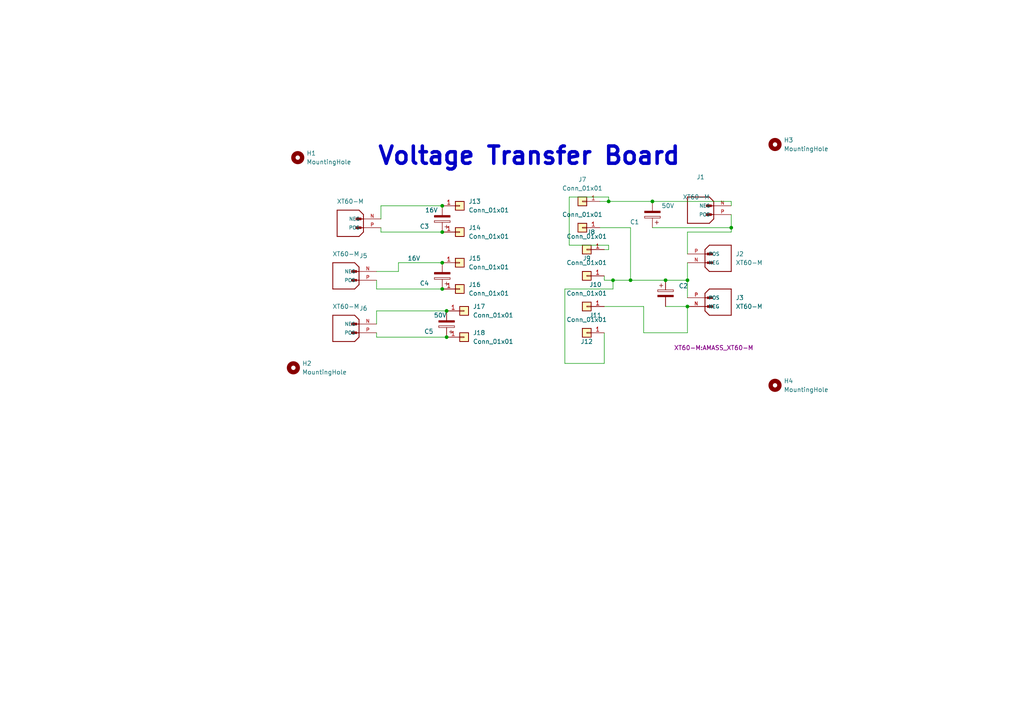
<source format=kicad_sch>
(kicad_sch (version 20230121) (generator eeschema)

  (uuid b08967af-65b7-4136-ad3c-ef2088de84e9)

  (paper "A4")

  (lib_symbols
    (symbol "Connector_Generic:Conn_01x01" (pin_names (offset 1.016) hide) (in_bom yes) (on_board yes)
      (property "Reference" "J" (at 0 2.54 0)
        (effects (font (size 1.27 1.27)))
      )
      (property "Value" "Conn_01x01" (at 0 -2.54 0)
        (effects (font (size 1.27 1.27)))
      )
      (property "Footprint" "" (at 0 0 0)
        (effects (font (size 1.27 1.27)) hide)
      )
      (property "Datasheet" "~" (at 0 0 0)
        (effects (font (size 1.27 1.27)) hide)
      )
      (property "ki_keywords" "connector" (at 0 0 0)
        (effects (font (size 1.27 1.27)) hide)
      )
      (property "ki_description" "Generic connector, single row, 01x01, script generated (kicad-library-utils/schlib/autogen/connector/)" (at 0 0 0)
        (effects (font (size 1.27 1.27)) hide)
      )
      (property "ki_fp_filters" "Connector*:*_1x??_*" (at 0 0 0)
        (effects (font (size 1.27 1.27)) hide)
      )
      (symbol "Conn_01x01_1_1"
        (rectangle (start -1.27 0.127) (end 0 -0.127)
          (stroke (width 0.1524) (type default))
          (fill (type none))
        )
        (rectangle (start -1.27 1.27) (end 1.27 -1.27)
          (stroke (width 0.254) (type default))
          (fill (type background))
        )
        (pin passive line (at -5.08 0 0) (length 3.81)
          (name "Pin_1" (effects (font (size 1.27 1.27))))
          (number "1" (effects (font (size 1.27 1.27))))
        )
      )
    )
    (symbol "Device:C_Polarized" (pin_numbers hide) (pin_names (offset 0.254)) (in_bom yes) (on_board yes)
      (property "Reference" "C" (at 0.635 2.54 0)
        (effects (font (size 1.27 1.27)) (justify left))
      )
      (property "Value" "C_Polarized" (at 0.635 -2.54 0)
        (effects (font (size 1.27 1.27)) (justify left))
      )
      (property "Footprint" "" (at 0.9652 -3.81 0)
        (effects (font (size 1.27 1.27)) hide)
      )
      (property "Datasheet" "~" (at 0 0 0)
        (effects (font (size 1.27 1.27)) hide)
      )
      (property "ki_keywords" "cap capacitor" (at 0 0 0)
        (effects (font (size 1.27 1.27)) hide)
      )
      (property "ki_description" "Polarized capacitor" (at 0 0 0)
        (effects (font (size 1.27 1.27)) hide)
      )
      (property "ki_fp_filters" "CP_*" (at 0 0 0)
        (effects (font (size 1.27 1.27)) hide)
      )
      (symbol "C_Polarized_0_1"
        (rectangle (start -2.286 0.508) (end 2.286 1.016)
          (stroke (width 0) (type default))
          (fill (type none))
        )
        (polyline
          (pts
            (xy -1.778 2.286)
            (xy -0.762 2.286)
          )
          (stroke (width 0) (type default))
          (fill (type none))
        )
        (polyline
          (pts
            (xy -1.27 2.794)
            (xy -1.27 1.778)
          )
          (stroke (width 0) (type default))
          (fill (type none))
        )
        (rectangle (start 2.286 -0.508) (end -2.286 -1.016)
          (stroke (width 0) (type default))
          (fill (type outline))
        )
      )
      (symbol "C_Polarized_1_1"
        (pin passive line (at 0 3.81 270) (length 2.794)
          (name "~" (effects (font (size 1.27 1.27))))
          (number "1" (effects (font (size 1.27 1.27))))
        )
        (pin passive line (at 0 -3.81 90) (length 2.794)
          (name "~" (effects (font (size 1.27 1.27))))
          (number "2" (effects (font (size 1.27 1.27))))
        )
      )
    )
    (symbol "Mechanical:MountingHole" (pin_names (offset 1.016)) (in_bom yes) (on_board yes)
      (property "Reference" "H" (at 0 5.08 0)
        (effects (font (size 1.27 1.27)))
      )
      (property "Value" "MountingHole" (at 0 3.175 0)
        (effects (font (size 1.27 1.27)))
      )
      (property "Footprint" "" (at 0 0 0)
        (effects (font (size 1.27 1.27)) hide)
      )
      (property "Datasheet" "~" (at 0 0 0)
        (effects (font (size 1.27 1.27)) hide)
      )
      (property "ki_keywords" "mounting hole" (at 0 0 0)
        (effects (font (size 1.27 1.27)) hide)
      )
      (property "ki_description" "Mounting Hole without connection" (at 0 0 0)
        (effects (font (size 1.27 1.27)) hide)
      )
      (property "ki_fp_filters" "MountingHole*" (at 0 0 0)
        (effects (font (size 1.27 1.27)) hide)
      )
      (symbol "MountingHole_0_1"
        (circle (center 0 0) (radius 1.27)
          (stroke (width 1.27) (type default))
          (fill (type none))
        )
      )
    )
    (symbol "XT60-M:XT60-M" (pin_names (offset 1.016)) (in_bom yes) (on_board yes)
      (property "Reference" "J" (at 0 6.35 0)
        (effects (font (size 1.27 1.27)) (justify left bottom))
      )
      (property "Value" "XT60-M" (at 0 -5.08 0)
        (effects (font (size 1.27 1.27)) (justify left bottom))
      )
      (property "Footprint" "XT60-M:AMASS_XT60-M" (at 0 0 0)
        (effects (font (size 1.27 1.27)) (justify bottom) hide)
      )
      (property "Datasheet" "" (at 0 0 0)
        (effects (font (size 1.27 1.27)) hide)
      )
      (property "MF" "AMASS" (at 0 0 0)
        (effects (font (size 1.27 1.27)) (justify bottom) hide)
      )
      (property "MAXIMUM_PACKAGE_HEIGHT" "16.00 mm" (at 0 0 0)
        (effects (font (size 1.27 1.27)) (justify bottom) hide)
      )
      (property "Package" "Package" (at 0 0 0)
        (effects (font (size 1.27 1.27)) (justify bottom) hide)
      )
      (property "Price" "None" (at 0 0 0)
        (effects (font (size 1.27 1.27)) (justify bottom) hide)
      )
      (property "Check_prices" "https://www.snapeda.com/parts/XT60-M/AMASS/view-part/?ref=eda" (at 0 0 0)
        (effects (font (size 1.27 1.27)) (justify bottom) hide)
      )
      (property "STANDARD" "IPC 7351B" (at 0 0 0)
        (effects (font (size 1.27 1.27)) (justify bottom) hide)
      )
      (property "PARTREV" "V1.2" (at 0 0 0)
        (effects (font (size 1.27 1.27)) (justify bottom) hide)
      )
      (property "SnapEDA_Link" "https://www.snapeda.com/parts/XT60-M/AMASS/view-part/?ref=snap" (at 0 0 0)
        (effects (font (size 1.27 1.27)) (justify bottom) hide)
      )
      (property "MP" "XT60-M" (at 0 0 0)
        (effects (font (size 1.27 1.27)) (justify bottom) hide)
      )
      (property "Description" "\nPlug; DC supply; XT60; male; PIN: 2; for cable; soldered; 30A; 500V\n" (at 0 0 0)
        (effects (font (size 1.27 1.27)) (justify bottom) hide)
      )
      (property "Availability" "Not in stock" (at 0 0 0)
        (effects (font (size 1.27 1.27)) (justify bottom) hide)
      )
      (property "MANUFACTURER" "AMASS" (at 0 0 0)
        (effects (font (size 1.27 1.27)) (justify bottom) hide)
      )
      (symbol "XT60-M_0_0"
        (polyline
          (pts
            (xy 0 -1.27)
            (xy 1.27 -2.54)
          )
          (stroke (width 0.254) (type default))
          (fill (type none))
        )
        (polyline
          (pts
            (xy 0 0)
            (xy 1.905 0)
          )
          (stroke (width 0.254) (type default))
          (fill (type none))
        )
        (polyline
          (pts
            (xy 0 2.54)
            (xy 0 -1.27)
          )
          (stroke (width 0.254) (type default))
          (fill (type none))
        )
        (polyline
          (pts
            (xy 0 2.54)
            (xy 1.905 2.54)
          )
          (stroke (width 0.254) (type default))
          (fill (type none))
        )
        (polyline
          (pts
            (xy 0 3.81)
            (xy 0 2.54)
          )
          (stroke (width 0.254) (type default))
          (fill (type none))
        )
        (polyline
          (pts
            (xy 0 3.81)
            (xy 1.27 5.08)
          )
          (stroke (width 0.254) (type default))
          (fill (type none))
        )
        (polyline
          (pts
            (xy 1.27 -2.54)
            (xy 7.62 -2.54)
          )
          (stroke (width 0.254) (type default))
          (fill (type none))
        )
        (polyline
          (pts
            (xy 7.62 -2.54)
            (xy 7.62 5.08)
          )
          (stroke (width 0.254) (type default))
          (fill (type none))
        )
        (polyline
          (pts
            (xy 7.62 5.08)
            (xy 1.27 5.08)
          )
          (stroke (width 0.254) (type default))
          (fill (type none))
        )
        (rectangle (start 0.635 -0.3175) (end 2.2225 0.3175)
          (stroke (width 0.1) (type default))
          (fill (type outline))
        )
        (rectangle (start 0.635 2.2225) (end 2.2225 2.8575)
          (stroke (width 0.1) (type default))
          (fill (type outline))
        )
        (pin passive line (at -5.08 0 0) (length 5.08)
          (name "NEG" (effects (font (size 1.016 1.016))))
          (number "N" (effects (font (size 1.016 1.016))))
        )
        (pin passive line (at -5.08 2.54 0) (length 5.08)
          (name "POS" (effects (font (size 1.016 1.016))))
          (number "P" (effects (font (size 1.016 1.016))))
        )
      )
    )
  )

  (junction (at 129.54 97.79) (diameter 0) (color 0 0 0 0)
    (uuid 13bd02b8-d3b5-4d5a-804a-44a8521e9d05)
  )
  (junction (at 199.39 81.28) (diameter 0) (color 0 0 0 0)
    (uuid 18f2d202-b5fa-4af4-a24e-a9d9695d9986)
  )
  (junction (at 129.54 90.17) (diameter 0) (color 0 0 0 0)
    (uuid 31227d5c-f85c-4ae0-9a88-87f1edd58b55)
  )
  (junction (at 128.27 67.31) (diameter 0) (color 0 0 0 0)
    (uuid 46b26416-551a-4c96-bdfc-5a72e657e67b)
  )
  (junction (at 189.23 58.42) (diameter 0) (color 0 0 0 0)
    (uuid 4c098a97-a265-4f3c-b0e9-2c4a925449ef)
  )
  (junction (at 212.09 66.04) (diameter 0) (color 0 0 0 0)
    (uuid 52ef25f0-c037-4437-bad7-bdd2c160d441)
  )
  (junction (at 128.27 76.2) (diameter 0) (color 0 0 0 0)
    (uuid 76c5ebb3-4817-430b-bf8b-8d76134131df)
  )
  (junction (at 193.04 81.28) (diameter 0) (color 0 0 0 0)
    (uuid 78c54a95-f2f9-43e4-aaf2-244eebe21f8e)
  )
  (junction (at 128.27 59.69) (diameter 0) (color 0 0 0 0)
    (uuid 97a1a28f-d378-4cbc-88fa-25c059056e4c)
  )
  (junction (at 199.39 88.9) (diameter 0) (color 0 0 0 0)
    (uuid 99305f52-6ff3-4a0d-bb67-8f598097c942)
  )
  (junction (at 128.27 83.82) (diameter 0) (color 0 0 0 0)
    (uuid 9c189a5b-9374-44d4-b0a4-786f9d45e27b)
  )
  (junction (at 182.88 81.28) (diameter 0) (color 0 0 0 0)
    (uuid b6afdc32-41c7-42bf-b886-7ad775425b37)
  )
  (junction (at 176.53 58.42) (diameter 0) (color 0 0 0 0)
    (uuid bae108d0-efdb-4b13-95fc-e43499ec6bbf)
  )
  (junction (at 177.8 81.28) (diameter 0) (color 0 0 0 0)
    (uuid d23d550f-eaff-447a-92fd-d4599dab65f4)
  )

  (wire (pts (xy 163.83 83.82) (xy 177.8 83.82))
    (stroke (width 0) (type default))
    (uuid 037ab2b0-0575-4c6a-9740-dd6ebfe1bb0d)
  )
  (wire (pts (xy 182.88 81.28) (xy 193.04 81.28))
    (stroke (width 0) (type default))
    (uuid 17fc2c38-d884-4781-9949-0f484b33e2ae)
  )
  (wire (pts (xy 199.39 81.28) (xy 199.39 86.36))
    (stroke (width 0) (type default))
    (uuid 27c832e8-69c3-4a2d-b070-3bdddc9a4268)
  )
  (wire (pts (xy 110.49 59.69) (xy 110.49 63.5))
    (stroke (width 0) (type default))
    (uuid 28c10c62-6721-49a4-8d8a-34412935a2e3)
  )
  (wire (pts (xy 212.09 66.04) (xy 212.09 67.31))
    (stroke (width 0) (type default))
    (uuid 42a5c4be-b570-4635-b244-a9fd2031c449)
  )
  (wire (pts (xy 110.49 67.31) (xy 128.27 67.31))
    (stroke (width 0) (type default))
    (uuid 42dea764-ed13-4227-b4f1-dbc3a2fb7ae5)
  )
  (wire (pts (xy 110.49 67.31) (xy 110.49 66.04))
    (stroke (width 0) (type default))
    (uuid 46ca7d17-a5cf-4ef6-bc95-1a10c8eb929e)
  )
  (wire (pts (xy 175.26 88.9) (xy 186.69 88.9))
    (stroke (width 0) (type default))
    (uuid 48a52374-bede-4838-b434-ccb8972ca6d9)
  )
  (wire (pts (xy 176.53 72.39) (xy 176.53 71.12))
    (stroke (width 0) (type default))
    (uuid 504b07a7-a0f5-4233-b6df-5bd1af0a3ce7)
  )
  (wire (pts (xy 110.49 59.69) (xy 128.27 59.69))
    (stroke (width 0) (type default))
    (uuid 639cfeaf-6013-429b-b834-5b1af3ff7134)
  )
  (wire (pts (xy 175.26 72.39) (xy 176.53 72.39))
    (stroke (width 0) (type default))
    (uuid 67501545-4d43-42eb-8a72-8417cf19e31f)
  )
  (wire (pts (xy 199.39 67.31) (xy 212.09 67.31))
    (stroke (width 0) (type default))
    (uuid 68963165-1e35-4359-bf42-01246b2d3f3f)
  )
  (wire (pts (xy 175.26 81.28) (xy 177.8 81.28))
    (stroke (width 0) (type default))
    (uuid 6ab41ea1-268e-4399-bb8c-0c7767592683)
  )
  (wire (pts (xy 176.53 71.12) (xy 165.1 71.12))
    (stroke (width 0) (type default))
    (uuid 6b5c55d4-8174-448f-aa51-b18349fa8e50)
  )
  (wire (pts (xy 175.26 96.52) (xy 175.26 105.41))
    (stroke (width 0) (type default))
    (uuid 6e59f485-9a13-46ec-82fd-6e068fe4c4a5)
  )
  (wire (pts (xy 129.54 97.79) (xy 109.22 97.79))
    (stroke (width 0) (type default))
    (uuid 765fc8ac-28f4-46c9-9ecf-af1bdbb323a4)
  )
  (wire (pts (xy 109.22 90.17) (xy 109.22 93.98))
    (stroke (width 0) (type default))
    (uuid 81a796ff-2f35-4d47-af9a-7cc2b370b175)
  )
  (wire (pts (xy 186.69 96.52) (xy 199.39 96.52))
    (stroke (width 0) (type default))
    (uuid 822a1757-90d7-4be5-836c-9c0abeb4198f)
  )
  (wire (pts (xy 189.23 66.04) (xy 212.09 66.04))
    (stroke (width 0) (type default))
    (uuid 8bb06450-04b7-457a-b2de-1815877e5b8f)
  )
  (wire (pts (xy 186.69 88.9) (xy 186.69 96.52))
    (stroke (width 0) (type default))
    (uuid 9ed70bcf-bef0-4b34-8ba9-90ae14b6f2d0)
  )
  (wire (pts (xy 173.99 66.04) (xy 182.88 66.04))
    (stroke (width 0) (type default))
    (uuid 9eec60de-4647-4f0b-b167-f2a67de45234)
  )
  (wire (pts (xy 193.04 81.28) (xy 199.39 81.28))
    (stroke (width 0) (type default))
    (uuid 9f57ecc5-77c7-4558-ac36-e43af92900c4)
  )
  (wire (pts (xy 199.39 67.31) (xy 199.39 73.66))
    (stroke (width 0) (type default))
    (uuid a3b2a0df-fd3b-45be-988a-513d2e7e59e9)
  )
  (wire (pts (xy 199.39 88.9) (xy 199.39 96.52))
    (stroke (width 0) (type default))
    (uuid b2607f26-3b75-4b17-b6f0-35bbd6d693fa)
  )
  (wire (pts (xy 189.23 58.42) (xy 212.09 58.42))
    (stroke (width 0) (type default))
    (uuid b6345c27-1f74-42d3-afa7-5c61c4ebc5a3)
  )
  (wire (pts (xy 182.88 66.04) (xy 182.88 81.28))
    (stroke (width 0) (type default))
    (uuid c28cfc26-9af1-402c-b191-087292c81f65)
  )
  (wire (pts (xy 212.09 62.23) (xy 212.09 66.04))
    (stroke (width 0) (type default))
    (uuid c5d7d763-1aa2-4168-9b20-903f11a89ea5)
  )
  (wire (pts (xy 128.27 83.82) (xy 109.22 83.82))
    (stroke (width 0) (type default))
    (uuid c5e85846-8efb-44e1-8c37-7bed0a90ff92)
  )
  (wire (pts (xy 175.26 105.41) (xy 163.83 105.41))
    (stroke (width 0) (type default))
    (uuid c82a9a21-a608-4b96-8176-5f535ca15983)
  )
  (wire (pts (xy 176.53 58.42) (xy 189.23 58.42))
    (stroke (width 0) (type default))
    (uuid ca2b6dd8-58ed-4b8c-8ffc-160fd4ef31d9)
  )
  (wire (pts (xy 163.83 105.41) (xy 163.83 83.82))
    (stroke (width 0) (type default))
    (uuid d17f9bfe-ce0b-4288-80b4-fb86ab6ebf4b)
  )
  (wire (pts (xy 177.8 83.82) (xy 177.8 81.28))
    (stroke (width 0) (type default))
    (uuid d31f323a-a858-4e5e-9011-6e697333de55)
  )
  (wire (pts (xy 177.8 81.28) (xy 182.88 81.28))
    (stroke (width 0) (type default))
    (uuid d42c8a33-24e0-4d53-8c2c-7507363d2c21)
  )
  (wire (pts (xy 115.57 78.74) (xy 115.57 76.2))
    (stroke (width 0) (type default))
    (uuid d7758b45-37fb-4216-af87-dd8631eb9ee9)
  )
  (wire (pts (xy 193.04 88.9) (xy 199.39 88.9))
    (stroke (width 0) (type default))
    (uuid d92ddcfe-66d8-488d-8915-eba83a8558dc)
  )
  (wire (pts (xy 199.39 76.2) (xy 199.39 81.28))
    (stroke (width 0) (type default))
    (uuid df1ae3b0-ad4e-4b09-8dba-3a7ee957c261)
  )
  (wire (pts (xy 129.54 90.17) (xy 109.22 90.17))
    (stroke (width 0) (type default))
    (uuid e00c1023-f50e-4e2f-b403-a04a9fe17394)
  )
  (wire (pts (xy 165.1 57.15) (xy 176.53 57.15))
    (stroke (width 0) (type default))
    (uuid e36723bb-94af-40c5-aee0-bf1dfa87eb34)
  )
  (wire (pts (xy 109.22 97.79) (xy 109.22 96.52))
    (stroke (width 0) (type default))
    (uuid e5522f37-4666-4263-b123-cab86ac00f2f)
  )
  (wire (pts (xy 165.1 71.12) (xy 165.1 57.15))
    (stroke (width 0) (type default))
    (uuid e8c2097c-6016-4e74-9531-48ccd6228dc8)
  )
  (wire (pts (xy 176.53 57.15) (xy 176.53 58.42))
    (stroke (width 0) (type default))
    (uuid eba8e93b-0885-45f6-a967-f031c5b41f41)
  )
  (wire (pts (xy 175.26 80.01) (xy 175.26 81.28))
    (stroke (width 0) (type default))
    (uuid ee86c2ea-dc4b-4afc-a8ed-20e9628e6daf)
  )
  (wire (pts (xy 173.99 58.42) (xy 176.53 58.42))
    (stroke (width 0) (type default))
    (uuid ef236551-5065-442e-8ab4-0178f4c316d3)
  )
  (wire (pts (xy 212.09 58.42) (xy 212.09 59.69))
    (stroke (width 0) (type default))
    (uuid f39c493e-8688-4816-9728-bac8aa57d3bf)
  )
  (wire (pts (xy 115.57 76.2) (xy 128.27 76.2))
    (stroke (width 0) (type default))
    (uuid f58f0672-aa8d-4d6b-a935-758e88373ddd)
  )
  (wire (pts (xy 109.22 78.74) (xy 115.57 78.74))
    (stroke (width 0) (type default))
    (uuid f970b5f5-8fc8-4aca-b9dc-58b643214cae)
  )
  (wire (pts (xy 109.22 81.28) (xy 109.22 83.82))
    (stroke (width 0) (type default))
    (uuid fe0e8fc2-0dc0-47fa-9eab-8acd65e8c52f)
  )

  (text "Voltage Transfer Board" (at 109.22 48.26 0)
    (effects (font (face "KiCad Font") (size 5 5) (thickness 1) bold) (justify left bottom))
    (uuid e084717f-4542-4347-86df-9b996b0533ac)
  )

  (symbol (lib_id "Connector_Generic:Conn_01x01") (at 133.35 83.82 0) (unit 1)
    (in_bom yes) (on_board yes) (dnp no) (fields_autoplaced)
    (uuid 01c73196-818f-4ca6-8e93-0b770295bc21)
    (property "Reference" "J16" (at 135.89 82.55 0)
      (effects (font (size 1.27 1.27)) (justify left))
    )
    (property "Value" "Conn_01x01" (at 135.89 85.09 0)
      (effects (font (size 1.27 1.27)) (justify left))
    )
    (property "Footprint" "Connector_Pin:Pin_D1.0mm_L10.0mm" (at 133.35 83.82 0)
      (effects (font (size 1.27 1.27)) hide)
    )
    (property "Datasheet" "~" (at 133.35 83.82 0)
      (effects (font (size 1.27 1.27)) hide)
    )
    (pin "1" (uuid db233632-8291-46c8-b346-6cce742edc54))
    (instances
      (project "Introduction"
        (path "/b08967af-65b7-4136-ad3c-ef2088de84e9"
          (reference "J16") (unit 1)
        )
      )
    )
  )

  (symbol (lib_id "Connector_Generic:Conn_01x01") (at 170.18 72.39 0) (mirror y) (unit 1)
    (in_bom yes) (on_board yes) (dnp no)
    (uuid 09698268-ae40-405f-965a-fbd597ceee8a)
    (property "Reference" "J9" (at 170.18 74.93 0)
      (effects (font (size 1.27 1.27)))
    )
    (property "Value" "Conn_01x01" (at 170.18 68.58 0)
      (effects (font (size 1.27 1.27)))
    )
    (property "Footprint" "Connector_Pin:Pin_D1.0mm_L10.0mm" (at 170.18 72.39 0)
      (effects (font (size 1.27 1.27)) hide)
    )
    (property "Datasheet" "~" (at 170.18 72.39 0)
      (effects (font (size 1.27 1.27)) hide)
    )
    (pin "1" (uuid 2ab36082-6736-40b8-835c-68bec68caac9))
    (instances
      (project "Introduction"
        (path "/b08967af-65b7-4136-ad3c-ef2088de84e9"
          (reference "J9") (unit 1)
        )
      )
    )
  )

  (symbol (lib_id "Device:C_Polarized") (at 189.23 62.23 180) (unit 1)
    (in_bom yes) (on_board yes) (dnp no)
    (uuid 0cd1c52f-1727-4731-99b3-dcb62030ce36)
    (property "Reference" "C1" (at 185.42 64.389 0)
      (effects (font (size 1.27 1.27)) (justify left))
    )
    (property "Value" "50V" (at 195.58 59.69 0)
      (effects (font (size 1.27 1.27)) (justify left))
    )
    (property "Footprint" "Capacitor_THT:CP_Radial_D10.0mm_P7.50mm" (at 188.2648 58.42 0)
      (effects (font (size 1.27 1.27)) hide)
    )
    (property "Datasheet" "~" (at 189.23 62.23 0)
      (effects (font (size 1.27 1.27)) hide)
    )
    (pin "2" (uuid df34c28d-c0b3-4d15-b457-61c68c4a8fb7))
    (pin "1" (uuid b7da86c9-da58-447f-b6b6-a5da9995ae85))
    (instances
      (project "Introduction"
        (path "/b08967af-65b7-4136-ad3c-ef2088de84e9"
          (reference "C1") (unit 1)
        )
      )
    )
  )

  (symbol (lib_id "Mechanical:MountingHole") (at 86.36 45.72 0) (unit 1)
    (in_bom yes) (on_board yes) (dnp no) (fields_autoplaced)
    (uuid 0d64129b-e262-4344-a37b-4cdce13bf623)
    (property "Reference" "H1" (at 88.9 44.45 0)
      (effects (font (size 1.27 1.27)) (justify left))
    )
    (property "Value" "MountingHole" (at 88.9 46.99 0)
      (effects (font (size 1.27 1.27)) (justify left))
    )
    (property "Footprint" "MountingHole:MountingHole_2.1mm" (at 86.36 45.72 0)
      (effects (font (size 1.27 1.27)) hide)
    )
    (property "Datasheet" "~" (at 86.36 45.72 0)
      (effects (font (size 1.27 1.27)) hide)
    )
    (instances
      (project "Introduction"
        (path "/b08967af-65b7-4136-ad3c-ef2088de84e9"
          (reference "H1") (unit 1)
        )
      )
    )
  )

  (symbol (lib_id "Connector_Generic:Conn_01x01") (at 134.62 97.79 0) (unit 1)
    (in_bom yes) (on_board yes) (dnp no) (fields_autoplaced)
    (uuid 125d3f14-cf8c-4f0a-b70a-9d62490a5937)
    (property "Reference" "J18" (at 137.16 96.52 0)
      (effects (font (size 1.27 1.27)) (justify left))
    )
    (property "Value" "Conn_01x01" (at 137.16 99.06 0)
      (effects (font (size 1.27 1.27)) (justify left))
    )
    (property "Footprint" "Connector_Pin:Pin_D1.0mm_L10.0mm" (at 134.62 97.79 0)
      (effects (font (size 1.27 1.27)) hide)
    )
    (property "Datasheet" "~" (at 134.62 97.79 0)
      (effects (font (size 1.27 1.27)) hide)
    )
    (pin "1" (uuid 3c838d5b-0777-4960-bdc0-e1cac02fb191))
    (instances
      (project "Introduction"
        (path "/b08967af-65b7-4136-ad3c-ef2088de84e9"
          (reference "J18") (unit 1)
        )
      )
    )
  )

  (symbol (lib_id "XT60-M:XT60-M") (at 104.14 78.74 180) (unit 1)
    (in_bom yes) (on_board yes) (dnp no)
    (uuid 1347e996-f162-4b7f-8ace-e667cd065615)
    (property "Reference" "J5" (at 105.41 74.93 0)
      (effects (font (size 1.27 1.27)) (justify top))
    )
    (property "Value" "XT60-M" (at 100.33 73.66 0)
      (effects (font (size 1.27 1.27)))
    )
    (property "Footprint" "XT60-M:AMASS_XT60-M" (at 104.14 78.74 0)
      (effects (font (size 1.27 1.27)) (justify bottom) hide)
    )
    (property "Datasheet" "" (at 104.14 78.74 0)
      (effects (font (size 1.27 1.27)) hide)
    )
    (property "MF" "AMASS" (at 104.14 78.74 0)
      (effects (font (size 1.27 1.27)) (justify bottom) hide)
    )
    (property "MAXIMUM_PACKAGE_HEIGHT" "16.00 mm" (at 104.14 78.74 0)
      (effects (font (size 1.27 1.27)) (justify bottom) hide)
    )
    (property "Package" "Package" (at 104.14 78.74 0)
      (effects (font (size 1.27 1.27)) (justify bottom) hide)
    )
    (property "Price" "None" (at 104.14 78.74 0)
      (effects (font (size 1.27 1.27)) (justify bottom) hide)
    )
    (property "Check_prices" "https://www.snapeda.com/parts/XT60-M/AMASS/view-part/?ref=eda" (at 104.14 78.74 0)
      (effects (font (size 1.27 1.27)) (justify bottom) hide)
    )
    (property "STANDARD" "IPC 7351B" (at 104.14 78.74 0)
      (effects (font (size 1.27 1.27)) (justify bottom) hide)
    )
    (property "PARTREV" "V1.2" (at 104.14 78.74 0)
      (effects (font (size 1.27 1.27)) (justify bottom) hide)
    )
    (property "SnapEDA_Link" "https://www.snapeda.com/parts/XT60-M/AMASS/view-part/?ref=snap" (at 104.14 78.74 0)
      (effects (font (size 1.27 1.27)) (justify bottom) hide)
    )
    (property "MP" "XT60-M" (at 104.14 78.74 0)
      (effects (font (size 1.27 1.27)) (justify bottom) hide)
    )
    (property "Description" "\nPlug; DC supply; XT60; male; PIN: 2; for cable; soldered; 30A; 500V\n" (at 104.14 78.74 0)
      (effects (font (size 1.27 1.27)) (justify bottom) hide)
    )
    (property "Availability" "Not in stock" (at 104.14 78.74 0)
      (effects (font (size 1.27 1.27)) (justify bottom) hide)
    )
    (property "MANUFACTURER" "AMASS" (at 104.14 78.74 0)
      (effects (font (size 1.27 1.27)) (justify bottom) hide)
    )
    (pin "N" (uuid 340c8218-227b-4ca6-bbeb-b5be9501e34d))
    (pin "P" (uuid 690af0e3-46a1-4619-9a57-9762baef7646))
    (instances
      (project "Introduction"
        (path "/b08967af-65b7-4136-ad3c-ef2088de84e9"
          (reference "J5") (unit 1)
        )
      )
    )
  )

  (symbol (lib_id "Connector_Generic:Conn_01x01") (at 170.18 96.52 0) (mirror y) (unit 1)
    (in_bom yes) (on_board yes) (dnp no)
    (uuid 1fdb4015-55db-4890-8539-b8329fbdb580)
    (property "Reference" "J12" (at 170.18 99.06 0)
      (effects (font (size 1.27 1.27)))
    )
    (property "Value" "Conn_01x01" (at 170.18 92.71 0)
      (effects (font (size 1.27 1.27)))
    )
    (property "Footprint" "Connector_Pin:Pin_D1.0mm_L10.0mm" (at 170.18 96.52 0)
      (effects (font (size 1.27 1.27)) hide)
    )
    (property "Datasheet" "~" (at 170.18 96.52 0)
      (effects (font (size 1.27 1.27)) hide)
    )
    (pin "1" (uuid c8d33c2e-443b-4365-afeb-e32838de2c16))
    (instances
      (project "Introduction"
        (path "/b08967af-65b7-4136-ad3c-ef2088de84e9"
          (reference "J12") (unit 1)
        )
      )
    )
  )

  (symbol (lib_id "Connector_Generic:Conn_01x01") (at 168.91 66.04 0) (mirror y) (unit 1)
    (in_bom yes) (on_board yes) (dnp no)
    (uuid 2035751f-a289-44f0-a9b7-97b9447ebffb)
    (property "Reference" "J8" (at 171.45 67.31 0)
      (effects (font (size 1.27 1.27)))
    )
    (property "Value" "Conn_01x01" (at 168.91 62.23 0)
      (effects (font (size 1.27 1.27)))
    )
    (property "Footprint" "Connector_Pin:Pin_D1.0mm_L10.0mm" (at 168.91 66.04 0)
      (effects (font (size 1.27 1.27)) hide)
    )
    (property "Datasheet" "~" (at 168.91 66.04 0)
      (effects (font (size 1.27 1.27)) hide)
    )
    (pin "1" (uuid 7eec0a42-4453-4d61-91f7-e4f976c537bf))
    (instances
      (project "Introduction"
        (path "/b08967af-65b7-4136-ad3c-ef2088de84e9"
          (reference "J8") (unit 1)
        )
      )
    )
  )

  (symbol (lib_id "Mechanical:MountingHole") (at 224.79 111.76 0) (unit 1)
    (in_bom yes) (on_board yes) (dnp no) (fields_autoplaced)
    (uuid 257fde3f-0726-4280-ad3a-8b42aafe881e)
    (property "Reference" "H4" (at 227.33 110.49 0)
      (effects (font (size 1.27 1.27)) (justify left))
    )
    (property "Value" "MountingHole" (at 227.33 113.03 0)
      (effects (font (size 1.27 1.27)) (justify left))
    )
    (property "Footprint" "MountingHole:MountingHole_2.1mm" (at 224.79 111.76 0)
      (effects (font (size 1.27 1.27)) hide)
    )
    (property "Datasheet" "~" (at 224.79 111.76 0)
      (effects (font (size 1.27 1.27)) hide)
    )
    (instances
      (project "Introduction"
        (path "/b08967af-65b7-4136-ad3c-ef2088de84e9"
          (reference "H4") (unit 1)
        )
      )
    )
  )

  (symbol (lib_id "Connector_Generic:Conn_01x01") (at 133.35 59.69 0) (unit 1)
    (in_bom yes) (on_board yes) (dnp no) (fields_autoplaced)
    (uuid 2d0f10d1-ff0e-43ac-9611-5c1c66d2f293)
    (property "Reference" "J13" (at 135.89 58.42 0)
      (effects (font (size 1.27 1.27)) (justify left))
    )
    (property "Value" "Conn_01x01" (at 135.89 60.96 0)
      (effects (font (size 1.27 1.27)) (justify left))
    )
    (property "Footprint" "Connector_Pin:Pin_D1.0mm_L10.0mm" (at 133.35 59.69 0)
      (effects (font (size 1.27 1.27)) hide)
    )
    (property "Datasheet" "~" (at 133.35 59.69 0)
      (effects (font (size 1.27 1.27)) hide)
    )
    (pin "1" (uuid da2b0de8-ce99-4117-91e1-24f3b53b47d9))
    (instances
      (project "Introduction"
        (path "/b08967af-65b7-4136-ad3c-ef2088de84e9"
          (reference "J13") (unit 1)
        )
      )
    )
  )

  (symbol (lib_id "Connector_Generic:Conn_01x01") (at 134.62 90.17 0) (unit 1)
    (in_bom yes) (on_board yes) (dnp no) (fields_autoplaced)
    (uuid 314c00d5-3659-4caa-b397-eada4f1633c1)
    (property "Reference" "J17" (at 137.16 88.9 0)
      (effects (font (size 1.27 1.27)) (justify left))
    )
    (property "Value" "Conn_01x01" (at 137.16 91.44 0)
      (effects (font (size 1.27 1.27)) (justify left))
    )
    (property "Footprint" "Connector_Pin:Pin_D1.0mm_L10.0mm" (at 134.62 90.17 0)
      (effects (font (size 1.27 1.27)) hide)
    )
    (property "Datasheet" "~" (at 134.62 90.17 0)
      (effects (font (size 1.27 1.27)) hide)
    )
    (pin "1" (uuid f44f902b-4678-4b65-9b17-31812d40fa6c))
    (instances
      (project "Introduction"
        (path "/b08967af-65b7-4136-ad3c-ef2088de84e9"
          (reference "J17") (unit 1)
        )
      )
    )
  )

  (symbol (lib_id "Connector_Generic:Conn_01x01") (at 133.35 76.2 0) (unit 1)
    (in_bom yes) (on_board yes) (dnp no) (fields_autoplaced)
    (uuid 66ad49c3-42f0-4499-bcdd-a1a605a114d7)
    (property "Reference" "J15" (at 135.89 74.93 0)
      (effects (font (size 1.27 1.27)) (justify left))
    )
    (property "Value" "Conn_01x01" (at 135.89 77.47 0)
      (effects (font (size 1.27 1.27)) (justify left))
    )
    (property "Footprint" "Connector_Pin:Pin_D1.0mm_L10.0mm" (at 133.35 76.2 0)
      (effects (font (size 1.27 1.27)) hide)
    )
    (property "Datasheet" "~" (at 133.35 76.2 0)
      (effects (font (size 1.27 1.27)) hide)
    )
    (pin "1" (uuid 36984d46-0ead-4dac-955a-aaa1192e2e22))
    (instances
      (project "Introduction"
        (path "/b08967af-65b7-4136-ad3c-ef2088de84e9"
          (reference "J15") (unit 1)
        )
      )
    )
  )

  (symbol (lib_id "Connector_Generic:Conn_01x01") (at 133.35 67.31 0) (unit 1)
    (in_bom yes) (on_board yes) (dnp no) (fields_autoplaced)
    (uuid 6d4e2a42-1826-4650-9f90-6ab15c544bc3)
    (property "Reference" "J14" (at 135.89 66.04 0)
      (effects (font (size 1.27 1.27)) (justify left))
    )
    (property "Value" "Conn_01x01" (at 135.89 68.58 0)
      (effects (font (size 1.27 1.27)) (justify left))
    )
    (property "Footprint" "Connector_Pin:Pin_D1.0mm_L10.0mm" (at 133.35 67.31 0)
      (effects (font (size 1.27 1.27)) hide)
    )
    (property "Datasheet" "~" (at 133.35 67.31 0)
      (effects (font (size 1.27 1.27)) hide)
    )
    (pin "1" (uuid 0f89cb19-cc78-4422-9e6e-da601cf33d50))
    (instances
      (project "Introduction"
        (path "/b08967af-65b7-4136-ad3c-ef2088de84e9"
          (reference "J14") (unit 1)
        )
      )
    )
  )

  (symbol (lib_id "Connector_Generic:Conn_01x01") (at 168.91 58.42 0) (mirror y) (unit 1)
    (in_bom yes) (on_board yes) (dnp no) (fields_autoplaced)
    (uuid 789119d3-e266-47ad-acfa-b828bbc8b53c)
    (property "Reference" "J7" (at 168.91 52.07 0)
      (effects (font (size 1.27 1.27)))
    )
    (property "Value" "Conn_01x01" (at 168.91 54.61 0)
      (effects (font (size 1.27 1.27)))
    )
    (property "Footprint" "Connector_Pin:Pin_D1.0mm_L10.0mm" (at 168.91 58.42 0)
      (effects (font (size 1.27 1.27)) hide)
    )
    (property "Datasheet" "~" (at 168.91 58.42 0)
      (effects (font (size 1.27 1.27)) hide)
    )
    (pin "1" (uuid 4511a0e5-3ce9-41e3-85e0-8beb6ae9ba61))
    (instances
      (project "Introduction"
        (path "/b08967af-65b7-4136-ad3c-ef2088de84e9"
          (reference "J7") (unit 1)
        )
      )
    )
  )

  (symbol (lib_id "Device:C_Polarized") (at 128.27 80.01 180) (unit 1)
    (in_bom yes) (on_board yes) (dnp no)
    (uuid 80bc7884-1167-4c9e-9b78-01a8f329990e)
    (property "Reference" "C4" (at 124.46 82.169 0)
      (effects (font (size 1.27 1.27)) (justify left))
    )
    (property "Value" "16V" (at 121.92 74.93 0)
      (effects (font (size 1.27 1.27)) (justify left))
    )
    (property "Footprint" "Capacitor_THT:CP_Radial_D10.0mm_P7.50mm" (at 127.3048 76.2 0)
      (effects (font (size 1.27 1.27)) hide)
    )
    (property "Datasheet" "~" (at 128.27 80.01 0)
      (effects (font (size 1.27 1.27)) hide)
    )
    (pin "2" (uuid f2740eeb-936f-47da-8f9d-44214bf9784d))
    (pin "1" (uuid 309bfa02-00b0-4ac6-8271-a73a88eac79d))
    (instances
      (project "Introduction"
        (path "/b08967af-65b7-4136-ad3c-ef2088de84e9"
          (reference "C4") (unit 1)
        )
      )
    )
  )

  (symbol (lib_id "XT60-M:XT60-M") (at 204.47 76.2 0) (unit 1)
    (in_bom yes) (on_board yes) (dnp no) (fields_autoplaced)
    (uuid 8187d13c-98ac-4e02-bf7b-4eec033e2cb8)
    (property "Reference" "J2" (at 213.36 73.66 0)
      (effects (font (size 1.27 1.27)) (justify left))
    )
    (property "Value" "XT60-M" (at 213.36 76.2 0)
      (effects (font (size 1.27 1.27)) (justify left))
    )
    (property "Footprint" "XT60-M:AMASS_XT60-M" (at 204.47 76.2 0)
      (effects (font (size 1.27 1.27)) (justify bottom) hide)
    )
    (property "Datasheet" "" (at 204.47 76.2 0)
      (effects (font (size 1.27 1.27)) hide)
    )
    (property "MF" "AMASS" (at 204.47 76.2 0)
      (effects (font (size 1.27 1.27)) (justify bottom) hide)
    )
    (property "MAXIMUM_PACKAGE_HEIGHT" "16.00 mm" (at 204.47 76.2 0)
      (effects (font (size 1.27 1.27)) (justify bottom) hide)
    )
    (property "Package" "Package" (at 204.47 76.2 0)
      (effects (font (size 1.27 1.27)) (justify bottom) hide)
    )
    (property "Price" "None" (at 204.47 76.2 0)
      (effects (font (size 1.27 1.27)) (justify bottom) hide)
    )
    (property "Check_prices" "https://www.snapeda.com/parts/XT60-M/AMASS/view-part/?ref=eda" (at 204.47 76.2 0)
      (effects (font (size 1.27 1.27)) (justify bottom) hide)
    )
    (property "STANDARD" "IPC 7351B" (at 204.47 76.2 0)
      (effects (font (size 1.27 1.27)) (justify bottom) hide)
    )
    (property "PARTREV" "V1.2" (at 204.47 76.2 0)
      (effects (font (size 1.27 1.27)) (justify bottom) hide)
    )
    (property "SnapEDA_Link" "https://www.snapeda.com/parts/XT60-M/AMASS/view-part/?ref=snap" (at 204.47 76.2 0)
      (effects (font (size 1.27 1.27)) (justify bottom) hide)
    )
    (property "MP" "XT60-M" (at 204.47 76.2 0)
      (effects (font (size 1.27 1.27)) (justify bottom) hide)
    )
    (property "Description" "\nPlug; DC supply; XT60; male; PIN: 2; for cable; soldered; 30A; 500V\n" (at 204.47 76.2 0)
      (effects (font (size 1.27 1.27)) (justify bottom) hide)
    )
    (property "Availability" "Not in stock" (at 204.47 76.2 0)
      (effects (font (size 1.27 1.27)) (justify bottom) hide)
    )
    (property "MANUFACTURER" "AMASS" (at 204.47 76.2 0)
      (effects (font (size 1.27 1.27)) (justify bottom) hide)
    )
    (pin "N" (uuid 4f2c7887-02e1-4187-8ba7-3a49ded3eced))
    (pin "P" (uuid ddf67b4e-8d22-45ca-be13-17a227c54e51))
    (instances
      (project "Introduction"
        (path "/b08967af-65b7-4136-ad3c-ef2088de84e9"
          (reference "J2") (unit 1)
        )
      )
    )
  )

  (symbol (lib_id "XT60-M:XT60-M") (at 207.01 59.69 180) (unit 1)
    (in_bom yes) (on_board yes) (dnp no)
    (uuid ae5c2ed6-0622-4dd6-9138-79c54b4f006c)
    (property "Reference" "J1" (at 203.2 52.07 0)
      (effects (font (size 1.27 1.27)) (justify top))
    )
    (property "Value" "XT60-M" (at 201.93 57.15 0)
      (effects (font (size 1.27 1.27)))
    )
    (property "Footprint" "XT60-M:AMASS_XT60-M" (at 207.01 59.69 0)
      (effects (font (size 1.27 1.27)) (justify bottom) hide)
    )
    (property "Datasheet" "" (at 207.01 59.69 0)
      (effects (font (size 1.27 1.27)) hide)
    )
    (property "MF" "AMASS" (at 207.01 59.69 0)
      (effects (font (size 1.27 1.27)) (justify bottom) hide)
    )
    (property "MAXIMUM_PACKAGE_HEIGHT" "16.00 mm" (at 207.01 59.69 0)
      (effects (font (size 1.27 1.27)) (justify bottom) hide)
    )
    (property "Package" "Package" (at 207.01 59.69 0)
      (effects (font (size 1.27 1.27)) (justify bottom) hide)
    )
    (property "Price" "None" (at 207.01 59.69 0)
      (effects (font (size 1.27 1.27)) (justify bottom) hide)
    )
    (property "Check_prices" "https://www.snapeda.com/parts/XT60-M/AMASS/view-part/?ref=eda" (at 207.01 59.69 0)
      (effects (font (size 1.27 1.27)) (justify bottom) hide)
    )
    (property "STANDARD" "IPC 7351B" (at 207.01 59.69 0)
      (effects (font (size 1.27 1.27)) (justify bottom) hide)
    )
    (property "PARTREV" "V1.2" (at 207.01 59.69 0)
      (effects (font (size 1.27 1.27)) (justify bottom) hide)
    )
    (property "SnapEDA_Link" "https://www.snapeda.com/parts/XT60-M/AMASS/view-part/?ref=snap" (at 207.01 59.69 0)
      (effects (font (size 1.27 1.27)) (justify bottom) hide)
    )
    (property "MP" "XT60-M" (at 207.01 59.69 0)
      (effects (font (size 1.27 1.27)) (justify bottom) hide)
    )
    (property "Description" "\nPlug; DC supply; XT60; male; PIN: 2; for cable; soldered; 30A; 500V\n" (at 207.01 59.69 0)
      (effects (font (size 1.27 1.27)) (justify bottom) hide)
    )
    (property "Availability" "Not in stock" (at 207.01 59.69 0)
      (effects (font (size 1.27 1.27)) (justify bottom) hide)
    )
    (property "MANUFACTURER" "AMASS" (at 207.01 59.69 0)
      (effects (font (size 1.27 1.27)) (justify bottom) hide)
    )
    (pin "N" (uuid 28fb968a-28fc-4fca-9641-448fc5763f6c))
    (pin "P" (uuid 19a773c2-1288-4a21-b041-81736c681abb))
    (instances
      (project "Introduction"
        (path "/b08967af-65b7-4136-ad3c-ef2088de84e9"
          (reference "J1") (unit 1)
        )
      )
    )
  )

  (symbol (lib_id "Connector_Generic:Conn_01x01") (at 170.18 80.01 0) (mirror y) (unit 1)
    (in_bom yes) (on_board yes) (dnp no)
    (uuid bbd8a319-ea3b-4244-a757-54abe4db6552)
    (property "Reference" "J10" (at 172.72 82.55 0)
      (effects (font (size 1.27 1.27)))
    )
    (property "Value" "Conn_01x01" (at 170.18 76.2 0)
      (effects (font (size 1.27 1.27)))
    )
    (property "Footprint" "Connector_Pin:Pin_D1.0mm_L10.0mm" (at 170.18 80.01 0)
      (effects (font (size 1.27 1.27)) hide)
    )
    (property "Datasheet" "~" (at 170.18 80.01 0)
      (effects (font (size 1.27 1.27)) hide)
    )
    (pin "1" (uuid a5c8ae8b-be1a-46ed-b521-b1947f889c3a))
    (instances
      (project "Introduction"
        (path "/b08967af-65b7-4136-ad3c-ef2088de84e9"
          (reference "J10") (unit 1)
        )
      )
    )
  )

  (symbol (lib_id "Mechanical:MountingHole") (at 224.79 41.91 0) (unit 1)
    (in_bom yes) (on_board yes) (dnp no) (fields_autoplaced)
    (uuid c40237d9-712c-4253-b080-8b2d1571b18a)
    (property "Reference" "H3" (at 227.33 40.64 0)
      (effects (font (size 1.27 1.27)) (justify left))
    )
    (property "Value" "MountingHole" (at 227.33 43.18 0)
      (effects (font (size 1.27 1.27)) (justify left))
    )
    (property "Footprint" "MountingHole:MountingHole_2.1mm" (at 224.79 41.91 0)
      (effects (font (size 1.27 1.27)) hide)
    )
    (property "Datasheet" "~" (at 224.79 41.91 0)
      (effects (font (size 1.27 1.27)) hide)
    )
    (instances
      (project "Introduction"
        (path "/b08967af-65b7-4136-ad3c-ef2088de84e9"
          (reference "H3") (unit 1)
        )
      )
    )
  )

  (symbol (lib_id "Connector_Generic:Conn_01x01") (at 170.18 88.9 0) (mirror y) (unit 1)
    (in_bom yes) (on_board yes) (dnp no)
    (uuid c7de1274-4895-4409-9677-6d8b6fa5e75a)
    (property "Reference" "J11" (at 172.72 91.44 0)
      (effects (font (size 1.27 1.27)))
    )
    (property "Value" "Conn_01x01" (at 170.18 85.09 0)
      (effects (font (size 1.27 1.27)))
    )
    (property "Footprint" "Connector_Pin:Pin_D1.0mm_L10.0mm" (at 170.18 88.9 0)
      (effects (font (size 1.27 1.27)) hide)
    )
    (property "Datasheet" "~" (at 170.18 88.9 0)
      (effects (font (size 1.27 1.27)) hide)
    )
    (pin "1" (uuid 838ed3e5-8787-4bec-8cb0-fac10d26a4ee))
    (instances
      (project "Introduction"
        (path "/b08967af-65b7-4136-ad3c-ef2088de84e9"
          (reference "J11") (unit 1)
        )
      )
    )
  )

  (symbol (lib_id "XT60-M:XT60-M") (at 104.14 93.98 180) (unit 1)
    (in_bom yes) (on_board yes) (dnp no)
    (uuid c923d7b3-bfda-4bcc-88c4-88a2f2189b02)
    (property "Reference" "J6" (at 105.41 90.17 0)
      (effects (font (size 1.27 1.27)) (justify top))
    )
    (property "Value" "XT60-M" (at 100.33 88.9 0)
      (effects (font (size 1.27 1.27)))
    )
    (property "Footprint" "XT60-M:AMASS_XT60-M" (at 104.14 93.98 0)
      (effects (font (size 1.27 1.27)) (justify bottom) hide)
    )
    (property "Datasheet" "" (at 104.14 93.98 0)
      (effects (font (size 1.27 1.27)) hide)
    )
    (property "MF" "AMASS" (at 104.14 93.98 0)
      (effects (font (size 1.27 1.27)) (justify bottom) hide)
    )
    (property "MAXIMUM_PACKAGE_HEIGHT" "16.00 mm" (at 104.14 93.98 0)
      (effects (font (size 1.27 1.27)) (justify bottom) hide)
    )
    (property "Package" "Package" (at 104.14 93.98 0)
      (effects (font (size 1.27 1.27)) (justify bottom) hide)
    )
    (property "Price" "None" (at 104.14 93.98 0)
      (effects (font (size 1.27 1.27)) (justify bottom) hide)
    )
    (property "Check_prices" "https://www.snapeda.com/parts/XT60-M/AMASS/view-part/?ref=eda" (at 104.14 93.98 0)
      (effects (font (size 1.27 1.27)) (justify bottom) hide)
    )
    (property "STANDARD" "IPC 7351B" (at 104.14 93.98 0)
      (effects (font (size 1.27 1.27)) (justify bottom) hide)
    )
    (property "PARTREV" "V1.2" (at 104.14 93.98 0)
      (effects (font (size 1.27 1.27)) (justify bottom) hide)
    )
    (property "SnapEDA_Link" "https://www.snapeda.com/parts/XT60-M/AMASS/view-part/?ref=snap" (at 104.14 93.98 0)
      (effects (font (size 1.27 1.27)) (justify bottom) hide)
    )
    (property "MP" "XT60-M" (at 104.14 93.98 0)
      (effects (font (size 1.27 1.27)) (justify bottom) hide)
    )
    (property "Description" "\nPlug; DC supply; XT60; male; PIN: 2; for cable; soldered; 30A; 500V\n" (at 104.14 93.98 0)
      (effects (font (size 1.27 1.27)) (justify bottom) hide)
    )
    (property "Availability" "Not in stock" (at 104.14 93.98 0)
      (effects (font (size 1.27 1.27)) (justify bottom) hide)
    )
    (property "MANUFACTURER" "AMASS" (at 104.14 93.98 0)
      (effects (font (size 1.27 1.27)) (justify bottom) hide)
    )
    (pin "N" (uuid 960584e6-a366-452d-8683-da8e0b87516f))
    (pin "P" (uuid 2e8c41af-0fff-4bb4-9085-f96468795532))
    (instances
      (project "Introduction"
        (path "/b08967af-65b7-4136-ad3c-ef2088de84e9"
          (reference "J6") (unit 1)
        )
      )
    )
  )

  (symbol (lib_id "XT60-M:XT60-M") (at 204.47 88.9 0) (unit 1)
    (in_bom yes) (on_board yes) (dnp no)
    (uuid dce5e7e7-51eb-46d2-9313-4813a25711f3)
    (property "Reference" "J3" (at 213.36 86.36 0)
      (effects (font (size 1.27 1.27)) (justify left))
    )
    (property "Value" "XT60-M" (at 213.36 88.9 0)
      (effects (font (size 1.27 1.27)) (justify left))
    )
    (property "Footprint" "XT60-M:AMASS_XT60-M" (at 207.01 101.6 0)
      (effects (font (size 1.27 1.27)) (justify bottom))
    )
    (property "Datasheet" "" (at 204.47 88.9 0)
      (effects (font (size 1.27 1.27)) hide)
    )
    (property "MF" "AMASS" (at 204.47 88.9 0)
      (effects (font (size 1.27 1.27)) (justify bottom) hide)
    )
    (property "MAXIMUM_PACKAGE_HEIGHT" "16.00 mm" (at 204.47 88.9 0)
      (effects (font (size 1.27 1.27)) (justify bottom) hide)
    )
    (property "Package" "Package" (at 204.47 88.9 0)
      (effects (font (size 1.27 1.27)) (justify bottom) hide)
    )
    (property "Price" "None" (at 204.47 88.9 0)
      (effects (font (size 1.27 1.27)) (justify bottom) hide)
    )
    (property "Check_prices" "https://www.snapeda.com/parts/XT60-M/AMASS/view-part/?ref=eda" (at 204.47 88.9 0)
      (effects (font (size 1.27 1.27)) (justify bottom) hide)
    )
    (property "STANDARD" "IPC 7351B" (at 204.47 88.9 0)
      (effects (font (size 1.27 1.27)) (justify bottom) hide)
    )
    (property "PARTREV" "V1.2" (at 204.47 88.9 0)
      (effects (font (size 1.27 1.27)) (justify bottom) hide)
    )
    (property "SnapEDA_Link" "https://www.snapeda.com/parts/XT60-M/AMASS/view-part/?ref=snap" (at 204.47 88.9 0)
      (effects (font (size 1.27 1.27)) (justify bottom) hide)
    )
    (property "MP" "XT60-M" (at 204.47 88.9 0)
      (effects (font (size 1.27 1.27)) (justify bottom) hide)
    )
    (property "Description" "\nPlug; DC supply; XT60; male; PIN: 2; for cable; soldered; 30A; 500V\n" (at 204.47 88.9 0)
      (effects (font (size 1.27 1.27)) (justify bottom) hide)
    )
    (property "Availability" "Not in stock" (at 204.47 88.9 0)
      (effects (font (size 1.27 1.27)) (justify bottom) hide)
    )
    (property "MANUFACTURER" "AMASS" (at 204.47 88.9 0)
      (effects (font (size 1.27 1.27)) (justify bottom) hide)
    )
    (pin "N" (uuid fd58cdc6-61c7-458b-bc45-aa9d64734101))
    (pin "P" (uuid 2cc88ce1-8703-4e94-b867-febdaa7c2c55))
    (instances
      (project "Introduction"
        (path "/b08967af-65b7-4136-ad3c-ef2088de84e9"
          (reference "J3") (unit 1)
        )
      )
    )
  )

  (symbol (lib_id "Device:C_Polarized") (at 193.04 85.09 0) (unit 1)
    (in_bom yes) (on_board yes) (dnp no)
    (uuid e4dbbf57-4de4-49f8-bab8-ff7810758b3b)
    (property "Reference" "C2" (at 196.85 82.931 0)
      (effects (font (size 1.27 1.27)) (justify left))
    )
    (property "Value" "50V" (at 186.69 87.63 0)
      (effects (font (size 1.27 1.27)) (justify left) hide)
    )
    (property "Footprint" "Capacitor_THT:CP_Radial_D10.0mm_P7.50mm" (at 194.0052 88.9 0)
      (effects (font (size 1.27 1.27)) hide)
    )
    (property "Datasheet" "~" (at 193.04 85.09 0)
      (effects (font (size 1.27 1.27)) hide)
    )
    (pin "2" (uuid 8965ae49-e55c-4307-95d7-856191308ecb))
    (pin "1" (uuid a1e7d4c6-45f3-45e3-b456-06e2945ddb2b))
    (instances
      (project "Introduction"
        (path "/b08967af-65b7-4136-ad3c-ef2088de84e9"
          (reference "C2") (unit 1)
        )
      )
    )
  )

  (symbol (lib_id "XT60-M:XT60-M") (at 105.41 63.5 180) (unit 1)
    (in_bom yes) (on_board yes) (dnp no)
    (uuid e9f1558a-a7e6-45f0-a538-0894dc8743ef)
    (property "Reference" "J4" (at 101.6 55.88 0)
      (effects (font (size 1.27 1.27)) (justify top) hide)
    )
    (property "Value" "XT60-M" (at 101.6 58.42 0)
      (effects (font (size 1.27 1.27)))
    )
    (property "Footprint" "XT60-M:AMASS_XT60-M" (at 105.41 63.5 0)
      (effects (font (size 1.27 1.27)) (justify bottom) hide)
    )
    (property "Datasheet" "" (at 105.41 63.5 0)
      (effects (font (size 1.27 1.27)) hide)
    )
    (property "MF" "AMASS" (at 105.41 63.5 0)
      (effects (font (size 1.27 1.27)) (justify bottom) hide)
    )
    (property "MAXIMUM_PACKAGE_HEIGHT" "16.00 mm" (at 105.41 63.5 0)
      (effects (font (size 1.27 1.27)) (justify bottom) hide)
    )
    (property "Package" "Package" (at 105.41 63.5 0)
      (effects (font (size 1.27 1.27)) (justify bottom) hide)
    )
    (property "Price" "None" (at 105.41 63.5 0)
      (effects (font (size 1.27 1.27)) (justify bottom) hide)
    )
    (property "Check_prices" "https://www.snapeda.com/parts/XT60-M/AMASS/view-part/?ref=eda" (at 105.41 63.5 0)
      (effects (font (size 1.27 1.27)) (justify bottom) hide)
    )
    (property "STANDARD" "IPC 7351B" (at 105.41 63.5 0)
      (effects (font (size 1.27 1.27)) (justify bottom) hide)
    )
    (property "PARTREV" "V1.2" (at 105.41 63.5 0)
      (effects (font (size 1.27 1.27)) (justify bottom) hide)
    )
    (property "SnapEDA_Link" "https://www.snapeda.com/parts/XT60-M/AMASS/view-part/?ref=snap" (at 105.41 63.5 0)
      (effects (font (size 1.27 1.27)) (justify bottom) hide)
    )
    (property "MP" "XT60-M" (at 105.41 63.5 0)
      (effects (font (size 1.27 1.27)) (justify bottom) hide)
    )
    (property "Description" "\nPlug; DC supply; XT60; male; PIN: 2; for cable; soldered; 30A; 500V\n" (at 105.41 63.5 0)
      (effects (font (size 1.27 1.27)) (justify bottom) hide)
    )
    (property "Availability" "Not in stock" (at 105.41 63.5 0)
      (effects (font (size 1.27 1.27)) (justify bottom) hide)
    )
    (property "MANUFACTURER" "AMASS" (at 105.41 63.5 0)
      (effects (font (size 1.27 1.27)) (justify bottom) hide)
    )
    (pin "N" (uuid b9c0119b-8adb-4d33-a87e-2e35c740538d))
    (pin "P" (uuid 210bb39a-823a-47c6-8535-c43fa7ffad96))
    (instances
      (project "Introduction"
        (path "/b08967af-65b7-4136-ad3c-ef2088de84e9"
          (reference "J4") (unit 1)
        )
      )
    )
  )

  (symbol (lib_id "Mechanical:MountingHole") (at 85.09 106.68 0) (unit 1)
    (in_bom yes) (on_board yes) (dnp no) (fields_autoplaced)
    (uuid ef77b643-d4f1-4148-b019-c603fafe062b)
    (property "Reference" "H2" (at 87.63 105.41 0)
      (effects (font (size 1.27 1.27)) (justify left))
    )
    (property "Value" "MountingHole" (at 87.63 107.95 0)
      (effects (font (size 1.27 1.27)) (justify left))
    )
    (property "Footprint" "MountingHole:MountingHole_2.1mm" (at 85.09 106.68 0)
      (effects (font (size 1.27 1.27)) hide)
    )
    (property "Datasheet" "~" (at 85.09 106.68 0)
      (effects (font (size 1.27 1.27)) hide)
    )
    (instances
      (project "Introduction"
        (path "/b08967af-65b7-4136-ad3c-ef2088de84e9"
          (reference "H2") (unit 1)
        )
      )
    )
  )

  (symbol (lib_id "Device:C_Polarized") (at 129.54 93.98 180) (unit 1)
    (in_bom yes) (on_board yes) (dnp no)
    (uuid fcf86405-68b8-41b9-baa3-18a1b24dcec9)
    (property "Reference" "C5" (at 125.73 96.139 0)
      (effects (font (size 1.27 1.27)) (justify left))
    )
    (property "Value" "50V" (at 129.54 91.44 0)
      (effects (font (size 1.27 1.27)) (justify left))
    )
    (property "Footprint" "Capacitor_THT:CP_Radial_D10.0mm_P7.50mm" (at 128.5748 90.17 0)
      (effects (font (size 1.27 1.27)) hide)
    )
    (property "Datasheet" "~" (at 129.54 93.98 0)
      (effects (font (size 1.27 1.27)) hide)
    )
    (pin "2" (uuid 54c0e180-f8b6-4857-9307-e6c9891b8451))
    (pin "1" (uuid 0558da0e-234b-4aec-8769-6681dac22585))
    (instances
      (project "Introduction"
        (path "/b08967af-65b7-4136-ad3c-ef2088de84e9"
          (reference "C5") (unit 1)
        )
      )
    )
  )

  (symbol (lib_id "Device:C_Polarized") (at 128.27 63.5 180) (unit 1)
    (in_bom yes) (on_board yes) (dnp no)
    (uuid ff3ec54b-95c6-454d-bd3d-9389e63c2b3a)
    (property "Reference" "C3" (at 124.46 65.659 0)
      (effects (font (size 1.27 1.27)) (justify left))
    )
    (property "Value" "16V" (at 127 60.96 0)
      (effects (font (size 1.27 1.27)) (justify left))
    )
    (property "Footprint" "Capacitor_THT:CP_Radial_D10.0mm_P7.50mm" (at 127.3048 59.69 0)
      (effects (font (size 1.27 1.27)) hide)
    )
    (property "Datasheet" "~" (at 128.27 63.5 0)
      (effects (font (size 1.27 1.27)) hide)
    )
    (pin "2" (uuid 001933c3-2f83-4973-ad94-c52341e99d24))
    (pin "1" (uuid fb6ba0a0-05a0-485a-bbd4-1fbf44783d61))
    (instances
      (project "Introduction"
        (path "/b08967af-65b7-4136-ad3c-ef2088de84e9"
          (reference "C3") (unit 1)
        )
      )
    )
  )

  (sheet_instances
    (path "/" (page "1"))
  )
)

</source>
